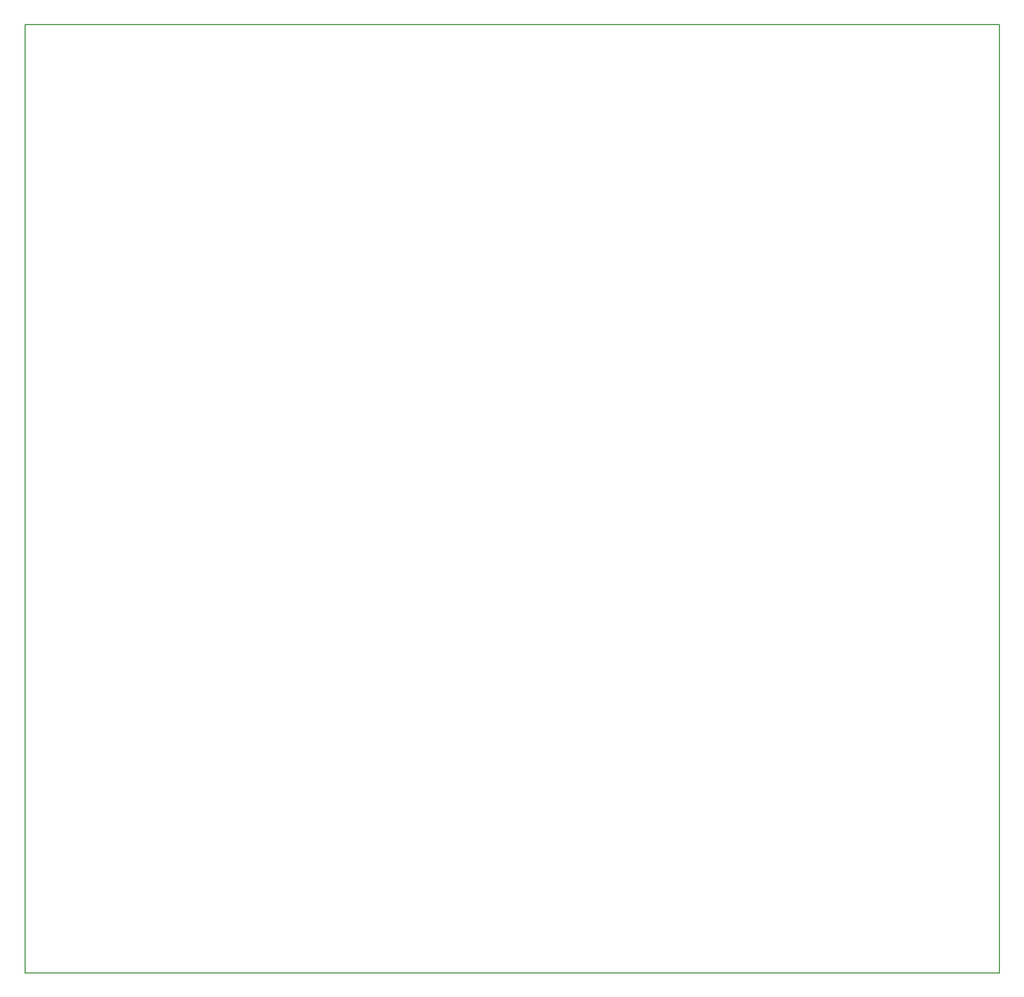
<source format=gbr>
G04 #@! TF.GenerationSoftware,KiCad,Pcbnew,(6.0.11)*
G04 #@! TF.CreationDate,2023-03-10T15:43:48+07:00*
G04 #@! TF.ProjectId,two-phase,74776f2d-7068-4617-9365-2e6b69636164,rev?*
G04 #@! TF.SameCoordinates,Original*
G04 #@! TF.FileFunction,Legend,Bot*
G04 #@! TF.FilePolarity,Positive*
%FSLAX46Y46*%
G04 Gerber Fmt 4.6, Leading zero omitted, Abs format (unit mm)*
G04 Created by KiCad (PCBNEW (6.0.11)) date 2023-03-10 15:43:48*
%MOMM*%
%LPD*%
G01*
G04 APERTURE LIST*
G04 #@! TA.AperFunction,Profile*
%ADD10C,0.150000*%
G04 #@! TD*
%ADD11C,1.500000*%
%ADD12C,2.000000*%
%ADD13C,3.000000*%
%ADD14R,2.000000X1.905000*%
%ADD15O,2.000000X1.905000*%
%ADD16C,1.600000*%
%ADD17C,1.400000*%
%ADD18O,1.400000X1.400000*%
%ADD19C,4.800000*%
%ADD20R,2.200000X2.200000*%
%ADD21O,2.200000X2.200000*%
%ADD22R,1.600000X1.600000*%
%ADD23O,1.600000X1.600000*%
%ADD24C,8.000000*%
%ADD25R,2.000000X2.000000*%
%ADD26C,2.000000*%
%ADD27O,1.300000X1.300000*%
%ADD28C,1.300000*%
%ADD29R,1.700000X1.700000*%
%ADD30O,1.700000X1.700000*%
G04 APERTURE END LIST*
D10*
X14900000Y-171480000D02*
X172720000Y-171480000D01*
X172720000Y-171480000D02*
X172720000Y-17720000D01*
X172720000Y-17720000D02*
X14900000Y-17720000D01*
X14900000Y-17720000D02*
X14900000Y-171480000D01*
%LPC*%
D11*
X143750000Y-51875000D02*
X149750000Y-51875000D01*
X143750000Y-88780000D02*
X149750000Y-88780000D01*
X143750000Y-164000000D02*
X149750000Y-164000000D01*
X143750000Y-126360000D02*
X149750000Y-126360000D01*
X146750000Y-76800000D02*
X149850000Y-79900000D01*
X148550000Y-123800000D02*
X149500000Y-122900000D01*
X148550000Y-161450000D02*
X149500000Y-160450000D01*
X149500000Y-48100000D02*
X149500000Y-42950000D01*
D12*
X162735000Y-117600000D02*
X150000000Y-117600000D01*
D11*
X146750000Y-152050000D02*
X149950000Y-155250000D01*
X146800000Y-111800000D02*
X153000000Y-111800000D01*
X146705000Y-161450000D02*
X148550000Y-161450000D01*
D12*
X150000000Y-155200000D02*
X162735000Y-155200000D01*
D13*
X162735000Y-93600000D02*
X153500000Y-93600000D01*
D11*
X146800000Y-37300000D02*
X153000000Y-37300000D01*
X146800000Y-74200000D02*
X153000000Y-74200000D01*
D12*
X149550000Y-43300000D02*
X162750000Y-43300000D01*
D11*
X146750000Y-114400000D02*
X149850000Y-117500000D01*
X149500000Y-122900000D02*
X149500000Y-117350000D01*
X148400000Y-86250000D02*
X149400000Y-85250000D01*
X146800000Y-123800000D02*
X148550000Y-123800000D01*
X149500000Y-160450000D02*
X149500000Y-155200000D01*
X146750000Y-86250000D02*
X148400000Y-86250000D01*
X148500000Y-49400000D02*
X149500000Y-48400000D01*
D12*
X150100000Y-80100000D02*
X162735000Y-80100000D01*
D11*
X146700000Y-49400000D02*
X148500000Y-49400000D01*
X146750000Y-39900000D02*
X150000000Y-43150000D01*
X146750000Y-149400000D02*
X153000000Y-149400000D01*
X149400000Y-85250000D02*
X149400000Y-79600000D01*
D14*
X146735000Y-83700000D03*
D15*
X146735000Y-86240000D03*
X146735000Y-88780000D03*
D16*
X138250000Y-102717677D03*
X138250000Y-97717677D03*
D17*
X133560000Y-161450000D03*
D18*
X138640000Y-161450000D03*
D19*
X162735000Y-104350000D03*
D16*
X109485000Y-108487677D03*
X114485000Y-108487677D03*
X145985000Y-102717677D03*
X145985000Y-97717677D03*
D20*
X120367930Y-125067677D03*
D21*
X125447930Y-125067677D03*
D17*
X58875000Y-121447677D03*
D18*
X58875000Y-116367677D03*
D17*
X101975000Y-83700000D03*
D18*
X101975000Y-78620000D03*
D16*
X93625000Y-51270000D03*
X93625000Y-43770000D03*
D20*
X120342930Y-87490000D03*
D21*
X125422930Y-87490000D03*
D20*
X93725000Y-38622183D03*
D21*
X93725000Y-33542183D03*
D16*
X81125000Y-50020000D03*
X76125000Y-50020000D03*
D22*
X76115000Y-110627677D03*
D23*
X76115000Y-113167677D03*
X76115000Y-115707677D03*
X76115000Y-118247677D03*
X83735000Y-118247677D03*
X83735000Y-115707677D03*
X83735000Y-113167677D03*
X83735000Y-110627677D03*
D24*
X20320000Y-166370000D03*
D17*
X133560000Y-46800000D03*
D18*
X138640000Y-46800000D03*
D16*
X82395000Y-104117677D03*
X77395000Y-104117677D03*
D17*
X58875000Y-145250000D03*
D18*
X53795000Y-145250000D03*
D22*
X122500000Y-117467677D03*
D16*
X122500000Y-119467677D03*
D19*
X162735000Y-93600000D03*
D16*
X145985000Y-140350000D03*
X145985000Y-135350000D03*
X31355000Y-62810000D03*
X31355000Y-67810000D03*
D17*
X102000000Y-46810000D03*
D18*
X102000000Y-41730000D03*
D16*
X69145000Y-41330000D03*
X69145000Y-36330000D03*
D17*
X104625000Y-46810000D03*
D18*
X104625000Y-41730000D03*
D19*
X162735000Y-117600000D03*
D17*
X88125000Y-163410000D03*
D18*
X88125000Y-158330000D03*
D16*
X81125000Y-162120000D03*
X76125000Y-162120000D03*
D17*
X138680000Y-37350000D03*
D18*
X133600000Y-37350000D03*
D20*
X98125000Y-145797818D03*
D21*
X98125000Y-150877818D03*
D16*
X109485000Y-146120000D03*
X114485000Y-146120000D03*
D17*
X66425000Y-156800000D03*
D18*
X71505000Y-156800000D03*
D17*
X141485000Y-39890000D03*
D18*
X141485000Y-34810000D03*
D16*
X31355000Y-32310000D03*
X31355000Y-27310000D03*
D22*
X87625000Y-142370000D03*
D16*
X87625000Y-140370000D03*
D17*
X93725000Y-61850000D03*
D18*
X93725000Y-66930000D03*
D17*
X36800000Y-121140000D03*
D18*
X41880000Y-120900000D03*
D22*
X76090000Y-73050000D03*
D23*
X76090000Y-75590000D03*
X76090000Y-78130000D03*
X76090000Y-80670000D03*
X83710000Y-80670000D03*
X83710000Y-78130000D03*
X83710000Y-75590000D03*
X83710000Y-73050000D03*
D17*
X138560000Y-149450000D03*
D18*
X133480000Y-149450000D03*
D16*
X109460000Y-70910000D03*
X114460000Y-70910000D03*
X145960000Y-65140000D03*
X145960000Y-60140000D03*
D17*
X104600000Y-83700000D03*
D18*
X104600000Y-78620000D03*
D25*
X127000000Y-142820708D03*
D26*
X127000000Y-135320708D03*
D20*
X98125000Y-33697818D03*
D21*
X98125000Y-38777818D03*
D17*
X102000000Y-158910000D03*
D18*
X102000000Y-153830000D03*
D14*
X31355000Y-51560000D03*
D15*
X31355000Y-54100000D03*
X31355000Y-56640000D03*
D20*
X130460000Y-71700000D03*
D21*
X130460000Y-76780000D03*
D20*
X98125000Y-108165495D03*
D21*
X98125000Y-113245495D03*
D22*
X108185000Y-151150000D03*
D23*
X108185000Y-153690000D03*
X108185000Y-156230000D03*
X108185000Y-158770000D03*
X115805000Y-158770000D03*
X115805000Y-156230000D03*
X115805000Y-153690000D03*
X115805000Y-151150000D03*
D16*
X69120000Y-78220000D03*
X69120000Y-73220000D03*
D24*
X167640000Y-166370000D03*
D20*
X130485000Y-146910000D03*
D21*
X130485000Y-151990000D03*
D17*
X104625000Y-158910000D03*
D18*
X104625000Y-153830000D03*
D16*
X71625000Y-50020000D03*
X64125000Y-50020000D03*
X71600000Y-86910000D03*
X64100000Y-86910000D03*
D17*
X93750000Y-99427677D03*
D18*
X93750000Y-104507677D03*
D16*
X82370000Y-66540000D03*
X77370000Y-66540000D03*
D17*
X58875000Y-46980000D03*
D18*
X58875000Y-41900000D03*
D20*
X130485000Y-109277677D03*
D21*
X130485000Y-114357677D03*
D22*
X108185000Y-113517677D03*
D23*
X108185000Y-116057677D03*
X108185000Y-118597677D03*
X108185000Y-121137677D03*
X115805000Y-121137677D03*
X115805000Y-118597677D03*
X115805000Y-116057677D03*
X115805000Y-113517677D03*
D17*
X36800000Y-123680000D03*
D18*
X41880000Y-123500000D03*
D17*
X36800000Y-128760000D03*
D18*
X41880000Y-128800000D03*
D14*
X146760000Y-34810000D03*
D15*
X146760000Y-37350000D03*
X146760000Y-39890000D03*
D16*
X69145000Y-115797677D03*
X69145000Y-110797677D03*
D20*
X98100000Y-70587818D03*
D21*
X98100000Y-75667818D03*
D17*
X36830000Y-131300000D03*
D18*
X41910000Y-131300000D03*
D22*
X87600000Y-67160000D03*
D16*
X87600000Y-65160000D03*
D17*
X58875000Y-159080000D03*
D18*
X58875000Y-154000000D03*
D17*
X141460000Y-76780000D03*
D18*
X141460000Y-71700000D03*
D22*
X87625000Y-30270000D03*
D16*
X87625000Y-28270000D03*
D17*
X133560000Y-71700000D03*
D18*
X138640000Y-71700000D03*
D20*
X130485000Y-158910000D03*
D21*
X130485000Y-163990000D03*
D22*
X122500000Y-43000000D03*
D16*
X122500000Y-45000000D03*
X42200000Y-84200000D03*
X37200000Y-84200000D03*
D17*
X88125000Y-125777677D03*
D18*
X88125000Y-120697677D03*
D17*
X133560000Y-123817677D03*
D18*
X138640000Y-123817677D03*
D22*
X76115000Y-148260000D03*
D23*
X76115000Y-150800000D03*
X76115000Y-153340000D03*
X76115000Y-155880000D03*
X83735000Y-155880000D03*
X83735000Y-153340000D03*
X83735000Y-150800000D03*
X83735000Y-148260000D03*
D16*
X109485000Y-34020000D03*
X114485000Y-34020000D03*
D17*
X64125000Y-36290000D03*
D18*
X64125000Y-41370000D03*
D16*
X93600000Y-88160000D03*
X93600000Y-80660000D03*
D14*
X146760000Y-146910000D03*
D15*
X146760000Y-149450000D03*
X146760000Y-151990000D03*
D19*
X162735000Y-43350000D03*
D17*
X58875000Y-33150000D03*
D18*
X53795000Y-33150000D03*
D16*
X120190112Y-37350000D03*
X125190112Y-37350000D03*
D17*
X141485000Y-163990000D03*
D18*
X141485000Y-158910000D03*
D17*
X133560000Y-146910000D03*
D18*
X138640000Y-146910000D03*
D16*
X93625000Y-163370000D03*
X93625000Y-155870000D03*
D20*
X93725000Y-150722183D03*
D21*
X93725000Y-145642183D03*
D20*
X130460000Y-83700000D03*
D21*
X130460000Y-88780000D03*
D17*
X88125000Y-51310000D03*
D18*
X88125000Y-46230000D03*
D17*
X138560000Y-111817677D03*
D18*
X133480000Y-111817677D03*
D17*
X88100000Y-88200000D03*
D18*
X88100000Y-83120000D03*
D27*
X58875000Y-38770000D03*
D28*
X57605000Y-37500000D03*
X58875000Y-36230000D03*
D16*
X120190112Y-149450000D03*
X125190112Y-149450000D03*
D20*
X93725000Y-113089860D03*
D21*
X93725000Y-108009860D03*
D22*
X76115000Y-36160000D03*
D23*
X76115000Y-38700000D03*
X76115000Y-41240000D03*
X76115000Y-43780000D03*
X83735000Y-43780000D03*
X83735000Y-41240000D03*
X83735000Y-38700000D03*
X83735000Y-36160000D03*
D22*
X111029888Y-27410000D03*
D16*
X113029888Y-27410000D03*
D17*
X66400000Y-81590000D03*
D18*
X71480000Y-81590000D03*
D17*
X64125000Y-148390000D03*
D18*
X64125000Y-153470000D03*
D22*
X122500000Y-155100000D03*
D16*
X122500000Y-157100000D03*
D17*
X133560000Y-121277677D03*
D18*
X138640000Y-121277677D03*
D17*
X133560000Y-49340000D03*
D18*
X138640000Y-49340000D03*
D17*
X133560000Y-109277677D03*
D18*
X138640000Y-109277677D03*
D16*
X82395000Y-141750000D03*
X77395000Y-141750000D03*
D17*
X36800000Y-126220000D03*
D18*
X41880000Y-126220000D03*
D17*
X133560000Y-86240000D03*
D18*
X138640000Y-86240000D03*
D16*
X41355000Y-50840000D03*
X41355000Y-55840000D03*
D24*
X167640000Y-22860000D03*
D14*
X146760000Y-46810000D03*
D15*
X146760000Y-49350000D03*
X146760000Y-51890000D03*
D17*
X93750000Y-137060000D03*
D18*
X93750000Y-142140000D03*
D16*
X120165112Y-74240000D03*
X125165112Y-74240000D03*
D19*
X162735000Y-155200000D03*
D16*
X71625000Y-124487677D03*
X64125000Y-124487677D03*
X41300000Y-44577000D03*
X41300000Y-41077000D03*
D22*
X122475000Y-79890000D03*
D16*
X122475000Y-81890000D03*
D20*
X130485000Y-46810000D03*
D21*
X130485000Y-51890000D03*
D16*
X138250000Y-140350000D03*
X138250000Y-135350000D03*
D22*
X111004888Y-64300000D03*
D16*
X113004888Y-64300000D03*
D20*
X120367930Y-162700000D03*
D21*
X125447930Y-162700000D03*
D17*
X93750000Y-24960000D03*
D18*
X93750000Y-30040000D03*
D20*
X130485000Y-121277677D03*
D21*
X130485000Y-126357677D03*
D20*
X120367930Y-50600000D03*
D21*
X125447930Y-50600000D03*
D16*
X69145000Y-153430000D03*
X69145000Y-148430000D03*
D28*
X58875000Y-150870000D03*
X57605000Y-149600000D03*
X58875000Y-148330000D03*
D24*
X20320000Y-22860000D03*
D14*
X146760000Y-158910000D03*
D15*
X146760000Y-161450000D03*
X146760000Y-163990000D03*
D16*
X82395000Y-29650000D03*
X77395000Y-29650000D03*
X138225000Y-65140000D03*
X138225000Y-60140000D03*
D14*
X146760000Y-109277677D03*
D15*
X146760000Y-111817677D03*
X146760000Y-114357677D03*
D17*
X141485000Y-114357677D03*
D18*
X141485000Y-109277677D03*
D14*
X31355000Y-38560000D03*
D15*
X31355000Y-41100000D03*
X31355000Y-43640000D03*
D16*
X138250000Y-28250000D03*
X138250000Y-23250000D03*
D22*
X108185000Y-39050000D03*
D23*
X108185000Y-41590000D03*
X108185000Y-44130000D03*
X108185000Y-46670000D03*
X115805000Y-46670000D03*
X115805000Y-44130000D03*
X115805000Y-41590000D03*
X115805000Y-39050000D03*
D17*
X58850000Y-83870000D03*
D18*
X58850000Y-78790000D03*
D17*
X141485000Y-151990000D03*
D18*
X141485000Y-146910000D03*
D16*
X71625000Y-162120000D03*
X64125000Y-162120000D03*
D14*
X146760000Y-121277677D03*
D15*
X146760000Y-123817677D03*
X146760000Y-126357677D03*
D17*
X141485000Y-126357677D03*
D18*
X141485000Y-121277677D03*
D17*
X138560000Y-74240000D03*
D18*
X133480000Y-74240000D03*
D17*
X64100000Y-73180000D03*
D18*
X64100000Y-78260000D03*
D14*
X146735000Y-71700000D03*
D15*
X146735000Y-74240000D03*
X146735000Y-76780000D03*
D17*
X66425000Y-44700000D03*
D18*
X71505000Y-44700000D03*
D17*
X102000000Y-121277677D03*
D18*
X102000000Y-116197677D03*
D22*
X108160000Y-75940000D03*
D23*
X108160000Y-78480000D03*
X108160000Y-81020000D03*
X108160000Y-83560000D03*
X115780000Y-83560000D03*
X115780000Y-81020000D03*
X115780000Y-78480000D03*
X115780000Y-75940000D03*
D20*
X93700000Y-75512183D03*
D21*
X93700000Y-70432183D03*
D17*
X104625000Y-121277677D03*
D18*
X104625000Y-116197677D03*
D28*
X58850000Y-75660000D03*
X57580000Y-74390000D03*
X58850000Y-73120000D03*
D16*
X93625000Y-125737677D03*
X93625000Y-118237677D03*
D22*
X87625000Y-104737677D03*
D16*
X87625000Y-102737677D03*
D22*
X36000000Y-89850000D03*
D23*
X36000000Y-92390000D03*
X36000000Y-94930000D03*
X36000000Y-97470000D03*
X36000000Y-100010000D03*
X36000000Y-102550000D03*
X36000000Y-105090000D03*
X36000000Y-107630000D03*
X36000000Y-110170000D03*
X36000000Y-112710000D03*
X43620000Y-112710000D03*
X43620000Y-110170000D03*
X43620000Y-107630000D03*
X43620000Y-105090000D03*
X43620000Y-102550000D03*
X43620000Y-100010000D03*
X43620000Y-97470000D03*
X43620000Y-94930000D03*
X43620000Y-92390000D03*
X43620000Y-89850000D03*
D16*
X41355000Y-32310000D03*
X41355000Y-28810000D03*
D25*
X127000000Y-105188385D03*
D26*
X127000000Y-97688385D03*
D17*
X133560000Y-158910000D03*
D18*
X138640000Y-158910000D03*
D16*
X41450000Y-76200000D03*
X37950000Y-76200000D03*
D17*
X64125000Y-110757677D03*
D18*
X64125000Y-115837677D03*
D19*
X162735000Y-80100000D03*
D17*
X58875000Y-107617677D03*
D18*
X53795000Y-107617677D03*
D17*
X141460000Y-88780000D03*
D18*
X141460000Y-83700000D03*
D16*
X41355000Y-62810000D03*
X41355000Y-66310000D03*
X81100000Y-86910000D03*
X76100000Y-86910000D03*
D25*
X126975000Y-67610708D03*
D26*
X126975000Y-60110708D03*
D17*
X133560000Y-83700000D03*
D18*
X138640000Y-83700000D03*
D17*
X58850000Y-70040000D03*
D18*
X53770000Y-70040000D03*
D17*
X36830000Y-133840000D03*
D18*
X41910000Y-133840000D03*
D16*
X145985000Y-28250000D03*
X145985000Y-23250000D03*
D17*
X66425000Y-119167677D03*
D18*
X71505000Y-119167677D03*
D29*
X26485000Y-118600000D03*
D30*
X26485000Y-121140000D03*
X26485000Y-123680000D03*
X26485000Y-126220000D03*
X26485000Y-128760000D03*
X26485000Y-131300000D03*
X26485000Y-133840000D03*
X26485000Y-136380000D03*
D17*
X133600000Y-34810000D03*
D18*
X138680000Y-34810000D03*
D25*
X127000000Y-30720708D03*
D26*
X127000000Y-23220708D03*
D22*
X111029888Y-101877677D03*
D16*
X113029888Y-101877677D03*
D17*
X141485000Y-51890000D03*
D18*
X141485000Y-46810000D03*
D20*
X130485000Y-34810000D03*
D21*
X130485000Y-39890000D03*
D16*
X120190112Y-111817677D03*
X125190112Y-111817677D03*
D22*
X111029888Y-139510000D03*
D16*
X113029888Y-139510000D03*
D28*
X58875000Y-113237677D03*
X57605000Y-111967677D03*
X58875000Y-110697677D03*
D16*
X81125000Y-124487677D03*
X76125000Y-124487677D03*
M02*

</source>
